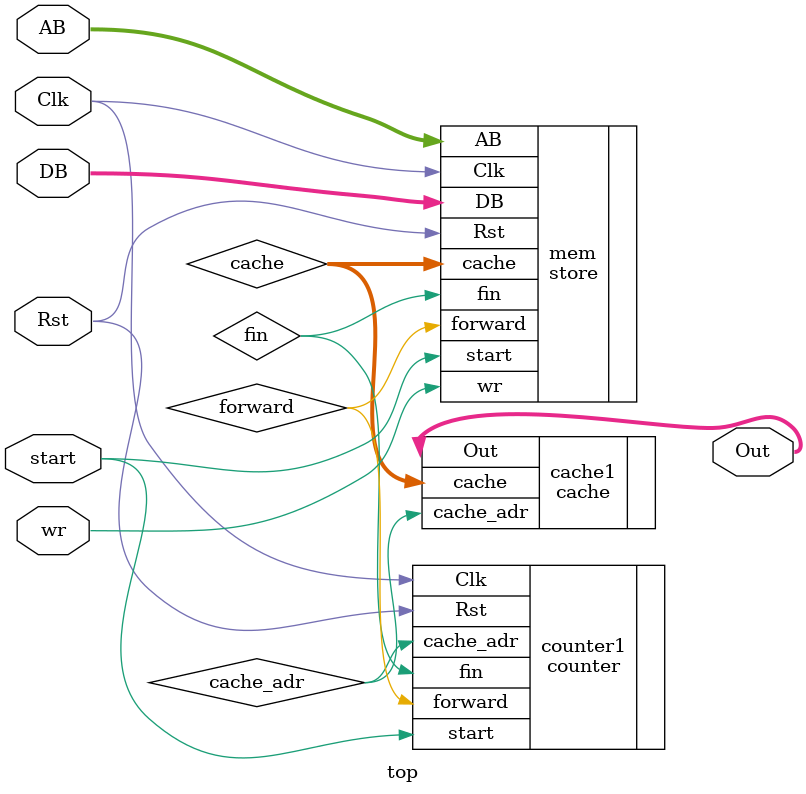
<source format=v>
module top (input                     start,
            input                     Rst,
            input                     Clk,
			input                     wr,
			input        [5:0]        AB,
            input        [7:0]        DB,
            output       [2:0]        Out);
            
            wire                      forward;
            wire         [23:0]       cache;
			wire                      cache_adr;
			wire                      fin;
				store mem(
				              .wr         (wr),
								  .DB         (DB),
								  .AB         (AB),
								  .Clk        (Clk),
								  .Rst        (Rst),
								  .start      (start),
								  .forward    (forward),
								  .cache      (cache),
								  .fin        (fin));
				counter counter1(
				                  .start      (start),
								  .Clk        (Clk),
								  .Rst        (Rst),
								  .fin        (fin),
								  .cache_adr  (cache_adr),
								  .forward    (forward));
				cache cache1(
				                  .cache_adr  (cache_adr),
								  .cache      (cache),
								  .Out        (Out));
endmodule          
</source>
